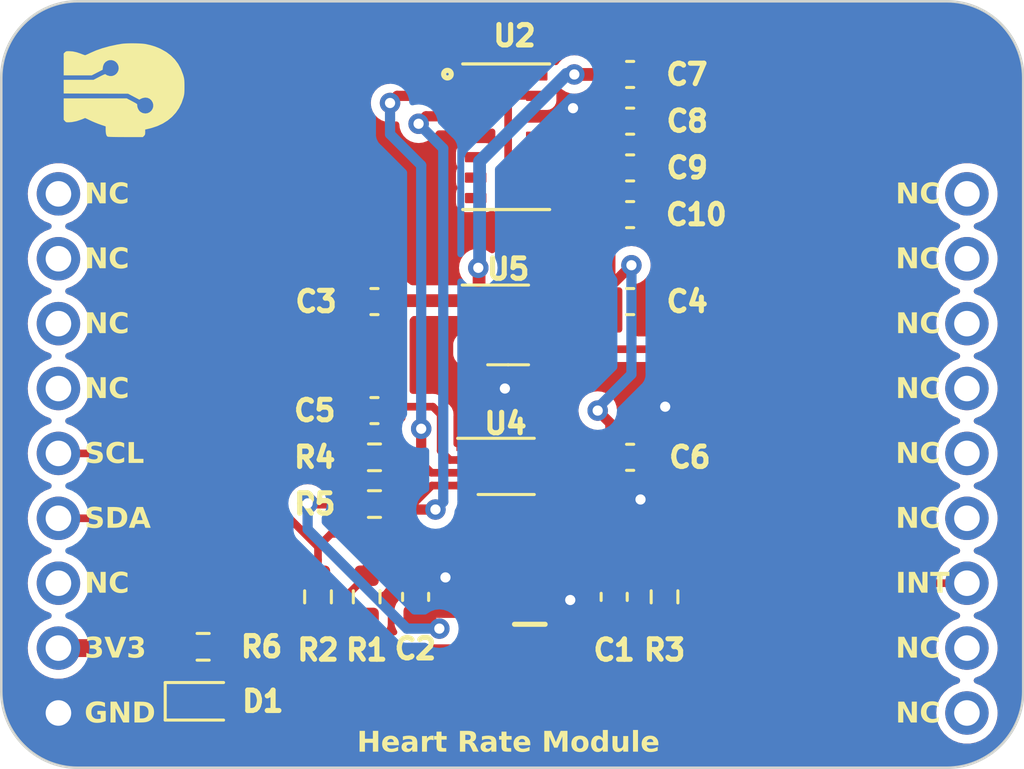
<source format=kicad_pcb>
(kicad_pcb (version 20221018) (generator pcbnew)
  (layers (0 "F.Cu" signal) (31 "B.Cu" signal) (34 "B.Paste" user) (35 "F.Paste" user) (36 "B.SilkS" user "B.Silkscreen") (37 "F.SilkS" user "F.Silkscreen") (38 "B.Mask" user) (39 "F.Mask" user) (44 "Edge.Cuts" user))
  (net 0 "")
  (net 1 "+3V3")
  (net 2 "GND")
  (net 3 "+1V8")
  (net 4 "SDA")
  (net 5 "SCL")
  (net 6 "INT")
  (net 7 "SCL_")
  (net 8 "SDA_")
  (net 14 "INT_")
  (net 29 "Net-(D1-A)")
  (footprint "Capacitor_SMD:C_0603_1608Metric" (layer "F.Cu") (at 102.0572 99.9236)
    (fp_text reference "C4" (at 2.2352 0) (layer "F.SilkS") (effects (font (size 0.8 0.8) (thickness 0.8) bold)))
    (fp_text value "0,10uF")
    (fp_line (start -0.14058 -0.51) (end 0.14058 -0.51) (stroke (width 0.12)) (layer "F.SilkS"))
    (fp_line (start -0.14058 0.51) (end 0.14058 0.51) (stroke (width 0.12)) (layer "F.SilkS"))
    (pad "1" smd roundrect (at -0.775 0) (size 0.9 0.95) (layers "F.Cu" "F.Paste" "F.Mask") (net 1 "+3V3"))
    (pad "2" smd roundrect (at 0.775 0) (size 0.9 0.95) (layers "F.Cu" "F.Paste" "F.Mask") (net 2 "GND"))
  )
  (footprint "Capacitor_SMD:C_0603_1608Metric" (layer "F.Cu") (at 92.0496 104.1908 180)
    (fp_text reference "C5" (at 2.3368 0 180) (layer "F.SilkS") (effects (font (size 0.8 0.8) (thickness 0.8) bold)))
    (fp_text value "0,10uF")
    (fp_line (start -0.14058 -0.51) (end 0.14058 -0.51) (stroke (width 0.12)) (layer "F.SilkS"))
    (fp_line (start -0.14058 0.51) (end 0.14058 0.51) (stroke (width 0.12)) (layer "F.SilkS"))
    (pad "1" smd roundrect (at -0.775 0 180) (size 0.9 0.95) (layers "F.Cu" "F.Paste" "F.Mask") (net 3 "+1V8"))
    (pad "2" smd roundrect (at 0.775 0 180) (size 0.9 0.95) (layers "F.Cu" "F.Paste" "F.Mask") (net 2 "GND"))
  )
  (footprint "Resistor_SMD:R_0603_1608Metric" (layer "F.Cu") (at 89.8398 111.4806 90)
    (fp_text reference "R2" (at -2.0828 0) (layer "F.SilkS") (effects (font (size 0.8 0.8) (thickness 0.8) bold)))
    (fp_text value "4.7k")
    (fp_line (start -0.237258 -0.5225) (end 0.237258 -0.5225) (stroke (width 0.12)) (layer "F.SilkS"))
    (fp_line (start -0.237258 0.5225) (end 0.237258 0.5225) (stroke (width 0.12)) (layer "F.SilkS"))
    (pad "1" smd roundrect (at -0.825 0 90) (size 0.8 0.95) (layers "F.Cu" "F.Paste" "F.Mask") (net 1 "+3V3"))
    (pad "2" smd roundrect (at 0.825 0 90) (size 0.8 0.95) (layers "F.Cu" "F.Paste" "F.Mask") (net 5 "SCL"))
  )
  (footprint "Resistor_SMD:R_0603_1608Metric" (layer "F.Cu") (at 92.0496 106.0196)
    (fp_text reference "R4" (at -2.3368 0) (layer "F.SilkS") (effects (font (size 0.8 0.8) (thickness 0.8) bold)))
    (fp_text value "1k")
    (fp_line (start -0.237258 -0.5225) (end 0.237258 -0.5225) (stroke (width 0.12)) (layer "F.SilkS"))
    (fp_line (start -0.237258 0.5225) (end 0.237258 0.5225) (stroke (width 0.12)) (layer "F.SilkS"))
    (pad "1" smd roundrect (at -0.825 0) (size 0.8 0.95) (layers "F.Cu" "F.Paste" "F.Mask") (net 3 "+1V8"))
    (pad "2" smd roundrect (at 0.825 0) (size 0.8 0.95) (layers "F.Cu" "F.Paste" "F.Mask") (net 7 "SCL_"))
  )
  (footprint "Capacitor_SMD:C_0603_1608Metric" (layer "F.Cu") (at 93.66 111.4826 90)
    (fp_text reference "C2" (at -2.03 -0.0102) (layer "F.SilkS") (effects (font (size 0.8 0.8) (thickness 0.8) bold)))
    (fp_text value "10uF")
    (fp_line (start -0.14058 -0.51) (end 0.14058 -0.51) (stroke (width 0.12)) (layer "F.SilkS"))
    (fp_line (start -0.14058 0.51) (end 0.14058 0.51) (stroke (width 0.12)) (layer "F.SilkS"))
    (pad "1" smd roundrect (at -0.775 0 90) (size 0.9 0.95) (layers "F.Cu" "F.Paste" "F.Mask") (net 3 "+1V8"))
    (pad "2" smd roundrect (at 0.775 0 90) (size 0.9 0.95) (layers "F.Cu" "F.Paste" "F.Mask") (net 2 "GND"))
  )
  (footprint "Resistor_SMD:R_0603_1608Metric" (layer "F.Cu") (at 91.7448 111.4806 90)
    (fp_text reference "R1" (at -2.0828 0) (layer "F.SilkS") (effects (font (size 0.8 0.8) (thickness 0.8) bold)))
    (fp_text value "4.7k")
    (fp_line (start -0.237258 -0.5225) (end 0.237258 -0.5225) (stroke (width 0.12)) (layer "F.SilkS"))
    (fp_line (start -0.237258 0.5225) (end 0.237258 0.5225) (stroke (width 0.12)) (layer "F.SilkS"))
    (pad "1" smd roundrect (at -0.825 0 90) (size 0.8 0.95) (layers "F.Cu" "F.Paste" "F.Mask") (net 1 "+3V3"))
    (pad "2" smd roundrect (at 0.825 0 90) (size 0.8 0.95) (layers "F.Cu" "F.Paste" "F.Mask") (net 4 "SDA"))
  )
  (footprint "Capacitor_SMD:C_0603_1608Metric" (layer "F.Cu") (at 102.0572 94.6912)
    (fp_text reference "C9" (at 2.2352 0) (layer "F.SilkS") (effects (font (size 0.8 0.8) (thickness 0.8) bold)))
    (fp_text value "0,10uF")
    (fp_line (start -0.14058 -0.51) (end 0.14058 -0.51) (stroke (width 0.12)) (layer "F.SilkS"))
    (fp_line (start -0.14058 0.51) (end 0.14058 0.51) (stroke (width 0.12)) (layer "F.SilkS"))
    (pad "1" smd roundrect (at -0.775 0) (size 0.9 0.95) (layers "F.Cu" "F.Paste" "F.Mask") (net 1 "+3V3"))
    (pad "2" smd roundrect (at 0.775 0) (size 0.9 0.95) (layers "F.Cu" "F.Paste" "F.Mask") (net 2 "GND"))
  )
  (footprint "Moduler_:pin_header" (layer "F.Cu") (at 97.2058 106.3752)
    (fp_text reference "U3" hide)
    (fp_text value "~" hide)
    (fp_text user "Heart Rate Module" (at -5.842 11.303 unlocked) (layer "F.SilkS") (effects (font (size 0.8 0.8) (thickness 0.8) bold) (justify left bottom)))
    (fp_text user "NC" (at -16.51 -2.54 unlocked) (layer "F.SilkS") (effects (font (size 0.8 0.8) (thickness 0.8) bold) (justify left bottom)))
    (fp_text user "SDA" (at -16.51 2.54 unlocked) (layer "F.SilkS") (effects (font (size 0.8 0.8) (thickness 0.8) bold) (justify left bottom)))
    (fp_text user "NC" (at 15.24 2.54 unlocked) (layer "F.SilkS") (effects (font (size 0.8 0.8) (thickness 0.8) bold) (justify left bottom)))
    (fp_text user "NC" (at 15.24 0 unlocked) (layer "F.SilkS") (effects (font (size 0.8 0.8) (thickness 0.8) bold) (justify left bottom)))
    (fp_text user "NC" (at -16.51 5.08 unlocked) (layer "F.SilkS") (effects (font (size 0.8 0.8) (thickness 0.8) bold) (justify left bottom)))
    (fp_text user "GND" (at -16.51 10.16 unlocked) (layer "F.SilkS") (effects (font (size 0.8 0.8) (thickness 0.8) bold) (justify left bottom)))
    (fp_text user "NC" (at 15.24 7.62 unlocked) (layer "F.SilkS") (effects (font (size 0.8 0.8) (thickness 0.8) bold) (justify left bottom)))
    (fp_text user "INT" (at 15.24 5.08 unlocked) (layer "F.SilkS") (effects (font (size 0.8 0.8) (thickness 0.8) bold) (justify left bottom)))
    (fp_text user "NC" (at 15.24 -2.54 unlocked) (layer "F.SilkS") (effects (font (size 0.8 0.8) (thickness 0.8) bold) (justify left bottom)))
    (fp_text user "NC" (at 15.24 -10.16 unlocked) (layer "F.SilkS") (effects (font (size 0.8 0.8) (thickness 0.8) bold) (justify left bottom)))
    (fp_text user "3V3" (at -16.51 7.62 unlocked) (layer "F.SilkS") (effects (font (size 0.8 0.8) (thickness 0.8) bold) (justify left bottom)))
    (fp_text user "NC" (at -16.51 -5.08 unlocked) (layer "F.SilkS") (effects (font (size 0.8 0.8) (thickness 0.8) bold) (justify left bottom)))
    (fp_text user "NC" (at 15.24 10.16 unlocked) (layer "F.SilkS") (effects (font (size 0.8 0.8) (thickness 0.8) bold) (justify left bottom)))
    (fp_text user "NC" (at 15.24 -7.62 unlocked) (layer "F.SilkS") (effects (font (size 0.8 0.8) (thickness 0.8) bold) (justify left bottom)))
    (fp_text user "NC" (at -16.51 -10.16 unlocked) (layer "F.SilkS") (effects (font (size 0.8 0.8) (thickness 0.8) bold) (justify left bottom)))
    (fp_text user "NC" (at -16.51 -7.62 unlocked) (layer "F.SilkS") (effects (font (size 0.8 0.8) (thickness 0.8) bold) (justify left bottom)))
    (fp_text user "SCL" (at -16.51 0 unlocked) (layer "F.SilkS") (effects (font (size 0.8 0.8) (thickness 0.8) bold) (justify left bottom)))
    (fp_text user "NC" (at 15.24 -5.08 unlocked) (layer "F.SilkS") (effects (font (size 0.8 0.8) (thickness 0.8) bold) (justify left bottom)))
    (fp_poly (pts (xy -14.485582 -16.559009) (xy -14.360573 -16.554745) (xy -14.248636 -16.54798) (xy -14.157002 -16.538775) (xy -14.117924 -16.532703) (xy -13.929469 -16.491549) (xy -13.759531 -16.440533) (xy -13.595569 -16.375574) (xy -13.505604 -16.333511) (xy -13.302009 -16.218091) (xy -13.123321 -16.083397) (xy -12.969118 -15.928915) (xy -12.838978 -15.754131) (xy -12.73248 -15.558531) (xy -12.6492 -15.3416) (xy -12.625721 -15.261504) (xy -12.612959 -15.20932) (xy -12.603846 -15.156964) (xy -12.597806 -15.097579) (xy -12.594264 -15.024306) (xy -12.592645 -14.930288) (xy -12.59236 -14.863654) (xy -12.592671 -14.758539) (xy -12.594379 -14.67766) (xy -12.598173 -14.613669) (xy -12.604739 -14.559219) (xy -12.614766 -14.506962) (xy -12.628942 -14.449549) (xy -12.632287 -14.43698) (xy -12.705714 -14.221543) (xy -12.805363 -14.022972) (xy -12.930147 -13.842253) (xy -13.078978 -13.68037) (xy -13.250768 -13.538308) (xy -13.444431 -13.417053) (xy -13.658878 -13.317589) (xy -13.893022 -13.240901) (xy -13.975535 -13.220506) (xy -14.129547 -13.185381) (xy -14.129547 -13.083439) (xy -14.131087 -13.025365) (xy -14.138019 -12.987709) (xy -14.153807 -12.959356) (xy -14.17572 -12.935324) (xy -14.221893 -12.889151) (xy -14.898388 -12.889632) (xy -15.093554 -12.890179) (xy -15.257188 -12.891522) (xy -15.389336 -12.893662) (xy -15.490047 -12.896601) (xy -15.559371 -12.900339) (xy -15.597354 -12.904877) (xy -15.604006 -12.907041) (xy -15.639705 -12.944721) (xy -15.663541 -13.009816) (xy -15.675744 -13.103144) (xy -15.677582 -13.169023) (xy -15.677607 -13.307746) (xy -15.877323 -13.375342) (xy -15.973613 -13.410249) (xy -16.083694 -13.453796) (xy -16.193274 -13.500154) (xy -16.27912 -13.539209) (xy -16.481202 -13.63548) (xy -16.625058 -13.577237) (xy -16.814264 -13.51298) (xy -16.995657 -13.477073) (xy -17.112214 -13.468483) (xy -17.172568 -13.467793) (xy -17.210949 -13.471228) (xy -17.236949 -13.481681) (xy -17.260163 -13.502045) (xy -17.274123 -13.517292) (xy -17.320343 -13.568879) (xy -17.320343 -13.987224) (xy -17.320343 -14.405569) (xy -16.086926 -14.405569) (xy -14.85351 -14.405569) (xy -14.643801 -14.294889) (xy -14.56284 -14.251731) (xy -14.506066 -14.219928) (xy -14.469493 -14.196546) (xy -14.449134 -14.178651) (xy -14.441003 -14.163308) (xy -14.441111 -14.147581) (xy -14.441413 -14.14592) (xy -14.43976 -14.092795) (xy -14.421236 -14.027967) (xy -14.3904 -13.962942) (xy -14.35181 -13.909228) (xy -14.344762 -13.902005) (xy -14.296227 -13.865834) (xy -14.236644 -13.835404) (xy -14.214799 -13.827587) (xy -14.121045 -13.813694) (xy -14.033382 -13.827179) (xy -13.955509 -13.863953) (xy -13.891126 -13.919926) (xy -13.843932 -13.991011) (xy -13.817627 -14.073118) (xy -13.815911 -14.162158) (xy -13.838074 -14.243952) (xy -13.888707 -14.328311) (xy -13.95777 -14.389514) (xy -14.040589 -14.425955) (xy -14.132494 -14.436027) (xy -14.228811 -14.418125) (xy -14.281052 -14.396241) (xy -14.36193 -14.355321) (xy -14.581404 -14.471272) (xy -14.800878 -14.587224) (xy -16.06061 -14.591538) (xy -17.320343 -14.595853) (xy -17.320343 -14.86402) (xy -17.320343 -15.132186) (xy -16.736108 -15.132186) (xy -16.151873 -15.132186) (xy -15.92364 -15.25081) (xy -15.825628 -15.300328) (xy -15.752835 -15.333929) (xy -15.705794 -15.351385) (xy -15.685044 -15.352471) (xy -15.684533 -15.351839) (xy -15.664369 -15.334981) (xy -15.626413 -15.313259) (xy -15.608475 -15.304645) (xy -15.517344 -15.278515) (xy -15.42868 -15.280387) (xy -15.34665 -15.306716) (xy -15.27542 -15.353956) (xy -15.219157 -15.418565) (xy -15.182028 -15.496995) (xy -15.1682 -15.585704) (xy -15.178799 -15.670169) (xy -15.216089 -15.756834) (xy -15.2752 -15.826154) (xy -15.350432 -15.875231) (xy -15.436087 -15.901168) (xy -15.526465 -15.901066) (xy -15.594919 -15.881743) (xy -15.679764 -15.831605) (xy -15.7402 -15.761879) (xy -15.776844 -15.671686) (xy -15.787538 -15.6087) (xy -15.796027 -15.524455) (xy -16.008245 -15.415199) (xy -16.220463 -15.305942) (xy -16.770403 -15.305942) (xy -17.320343 -15.305942) (xy -17.320343 -15.73365) (xy -17.320343 -16.161358) (xy -17.27417 -16.207531) (xy -17.247441 -16.231634) (xy -17.221044 -16.24546) (xy -17.185152 -16.251797) (xy -17.129936 -16.253429) (xy -17.112261 -16.253429) (xy -16.965134 -16.242789) (xy -16.813828 -16.210492) (xy -16.650907 -16.15493) (xy -16.643254 -16.151886) (xy -16.580147 -16.127507) (xy -16.526736 -16.108472) (xy -16.490695 -16.097439) (xy -16.481152 -16.095743) (xy -16.459332 -16.102404) (xy -16.415439 -16.120594) (xy -16.35561 -16.147624) (xy -16.285983 -16.180807) (xy -16.277762 -16.184828) (xy -16.053998 -16.282606) (xy -15.80365 -16.369931) (xy -15.530295 -16.445763) (xy -15.237504 -16.509065) (xy -15.053614 -16.540657) (xy -14.971712 -16.549822) (xy -14.866727 -16.556178) (xy -14.74589 -16.559787) (xy -14.616431 -16.56071)) (fill solid) (layer "F.SilkS"))
    (fp_poly (pts (xy -19.759475 -15.361112) (xy -19.747896 -15.5134) (xy -19.728827 -15.663474) (xy -19.702457 -15.811146) (xy -19.668975 -15.956226) (xy -19.628568 -16.098527) (xy -19.581426 -16.23786) (xy -19.527736 -16.374037) (xy -19.467687 -16.506869) (xy -19.401468 -16.636168) (xy -19.329267 -16.761745) (xy -19.251272 -16.883413) (xy -19.167671 -17.000982) (xy -19.078654 -17.114264) (xy -18.984408 -17.223072) (xy -18.885122 -17.327215) (xy -18.780984 -17.426507) (xy -18.672182 -17.520758) (xy -18.558906 -17.609781) (xy -18.441343 -17.693386) (xy -18.319683 -17.771386) (xy -18.194112 -17.843591) (xy -18.06482 -17.909814) (xy -17.931995 -17.969866) (xy -17.795826 -18.023559) (xy -17.6565 -18.070704) (xy -17.514207 -18.111113) (xy -17.369134 -18.144597) (xy -17.221471 -18.170968) (xy -17.071405 -18.190038) (xy -16.919125 -18.201619) (xy -16.764819 -18.20552) (xy 17.238832 -18.20552) (xy 17.393137 -18.201619) (xy 17.545417 -18.190038) (xy 17.695483 -18.170968) (xy 17.843146 -18.144597) (xy 17.988219 -18.111113) (xy 18.130512 -18.070704) (xy 18.269837 -18.023559) (xy 18.406006 -17.969866) (xy 18.538831 -17.909814) (xy 18.668123 -17.843591) (xy 18.793694 -17.771386) (xy 18.915355 -17.693386) (xy 19.032917 -17.609781) (xy 19.146194 -17.520758) (xy 19.254995 -17.426507) (xy 19.359133 -17.327215) (xy 19.458419 -17.223072) (xy 19.552665 -17.114264) (xy 19.641683 -17.000982) (xy 19.725284 -16.883413) (xy 19.803279 -16.761745) (xy 19.87548 -16.636168) (xy 19.9417 -16.506869) (xy 20.001748 -16.374037) (xy 20.055438 -16.23786) (xy 20.102581 -16.098527) (xy 20.142987 -15.956226) (xy 20.17647 -15.811146) (xy 20.20284 -15.663474) (xy 20.221909 -15.5134) (xy 20.233488 -15.361112) (xy 20.23739 -15.206798) (xy 20.23739 8.797094) (xy 20.233488 8.951408) (xy 20.221909 9.103696) (xy 20.20284 9.25377) (xy 20.17647 9.401441) (xy 20.142987 9.546522) (xy 20.102581 9.688822) (xy 20.055438 9.828155) (xy 20.001748 9.964332) (xy 19.9417 10.097164) (xy 19.87548 10.226463) (xy 19.803279 10.352041) (xy 19.725284 10.473708) (xy 19.641683 10.591278) (xy 19.552665 10.70456) (xy 19.458419 10.813367) (xy 19.359133 10.917511) (xy 19.254995 11.016803) (xy 19.146194 11.111054) (xy 19.032917 11.200077) (xy 18.915355 11.283682) (xy 18.793694 11.361681) (xy 18.668123 11.433887) (xy 18.538831 11.50011) (xy 18.406006 11.560162) (xy 18.269837 11.613855) (xy 18.130512 11.661) (xy 17.988219 11.701409) (xy 17.843146 11.734893) (xy 17.695483 11.761265) (xy 17.545417 11.780334) (xy 17.393137 11.791915) (xy 17.238832 11.795817) (xy -16.764819 11.795817) (xy -16.919125 11.791915) (xy -17.071405 11.780334) (xy -17.221471 11.761265) (xy -17.369134 11.734893) (xy -17.514207 11.701409) (xy -17.6565 11.661) (xy -17.795826 11.613855) (xy -17.931995 11.560162) (xy -18.06482 11.50011) (xy -18.194112 11.433887) (xy -18.319683 11.361681) (xy -18.441343 11.283682) (xy -18.558906 11.200077) (xy -18.672182 11.111054) (xy -18.780984 11.016803) (xy -18.885122 10.917511) (xy -18.984408 10.813367) (xy -19.078654 10.70456) (xy -19.167671 10.591278) (xy -19.251272 10.473708) (xy -19.329267 10.352041) (xy -19.401468 10.226463) (xy -19.467687 10.097164) (xy -19.527736 9.964332) (xy -19.581426 9.828155) (xy -19.628568 9.688822) (xy -19.668975 9.546522) (xy -19.702457 9.401441) (xy -19.728827 9.25377) (xy -19.747896 9.103696) (xy -19.759475 8.951408) (xy -19.763377 8.797094) (xy -19.763377 -15.206798)) (stroke (width 0.1)) (fill none) (layer "Edge.Cuts"))
    (pad "1" thru_hole oval (at -17.526 -10.668) (size 1.7 1.7) (drill 1) (layers "*.Cu" "*.Mask"))
    (pad "2" thru_hole oval (at -17.526 -8.128) (size 1.7 1.7) (drill 1) (layers "*.Cu" "*.Mask"))
    (pad "3" thru_hole oval (at -17.526 -5.588) (size 1.7 1.7) (drill 1) (layers "*.Cu" "*.Mask"))
    (pad "4" thru_hole oval (at -17.526 -3.048) (size 1.7 1.7) (drill 1) (layers "*.Cu" "*.Mask"))
    (pad "5" thru_hole oval (at -17.526 -0.508) (size 1.7 1.7) (drill 1) (layers "*.Cu" "*.Mask") (net 5 "SCL"))
    (pad "6" thru_hole oval (at -17.526 2.032) (size 1.7 1.7) (drill 1) (layers "*.Cu" "*.Mask") (net 4 "SDA"))
    (pad "7" thru_hole oval (at -17.526 4.572) (size 1.7 1.7) (drill 1) (layers "*.Cu" "*.Mask"))
    (pad "8" thru_hole oval (at -17.526 7.112) (size 1.7 1.7) (drill 1) (layers "*.Cu" "*.Mask") (net 1 "+3V3"))
    (pad "9" thru_hole oval (at -17.526 9.652) (size 1.7 1.7) (drill 1) (layers "*.Cu" "*.Mask") (net 2 "GND"))
    (pad "10" thru_hole oval (at 18.034 9.652) (size 1.7 1.7) (drill 1) (layers "*.Cu" "*.Mask"))
    (pad "11" thru_hole oval (at 18.034 7.112) (size 1.7 1.7) (drill 1) (layers "*.Cu" "*.Mask"))
    (pad "12" thru_hole oval (at 18.034 4.572) (size 1.7 1.7) (drill 1) (layers "*.Cu" "*.Mask") (net 6 "INT"))
    (pad "13" thru_hole oval (at 18.034 2.032) (size 1.7 1.7) (drill 1) (layers "*.Cu" "*.Mask"))
    (pad "14" thru_hole oval (at 18.034 -0.508) (size 1.7 1.7) (drill 1) (layers "*.Cu" "*.Mask"))
    (pad "15" thru_hole oval (at 18.034 -3.048) (size 1.7 1.7) (drill 1) (layers "*.Cu" "*.Mask"))
    (pad "16" thru_hole oval (at 18.034 -5.588) (size 1.7 1.7) (drill 1) (layers "*.Cu" "*.Mask"))
    (pad "17" thru_hole oval (at 18.034 -8.128) (size 1.7 1.7) (drill 1) (layers "*.Cu" "*.Mask"))
    (pad "18" thru_hole oval (at 18.034 -10.668) (size 1.7 1.7) (drill 1) (layers "*.Cu" "*.Mask"))
  )
  (footprint "Capacitor_SMD:C_0603_1608Metric" (layer "F.Cu") (at 102.0572 106.0196)
    (fp_text reference "C6" (at 2.3368 0) (layer "F.SilkS") (effects (font (size 0.8 0.8) (thickness 0.8) bold)))
    (fp_text value "0,10uF")
    (fp_line (start -0.14058 -0.51) (end 0.14058 -0.51) (stroke (width 0.12)) (layer "F.SilkS"))
    (fp_line (start -0.14058 0.51) (end 0.14058 0.51) (stroke (width 0.12)) (layer "F.SilkS"))
    (pad "1" smd roundrect (at -0.775 0) (size 0.9 0.95) (layers "F.Cu" "F.Paste" "F.Mask") (net 1 "+3V3"))
    (pad "2" smd roundrect (at 0.775 0) (size 0.9 0.95) (layers "F.Cu" "F.Paste" "F.Mask") (net 2 "GND"))
  )
  (footprint "MAX30100:MAX30102" (layer "F.Cu") (at 97.2058 93.472)
    (fp_text reference "U2" (at 0.32564 -3.9527) (layer "F.SilkS") (effects (font (size 0.8 0.8) (thickness 0.8) bold)))
    (fp_text value "MAX30102EFD+" hide)
    (fp_line (start -1.7 -2.85) (end 1.7 -2.85) (stroke (width 0.127)) (layer "F.SilkS"))
    (fp_line (start -1.7 2.85) (end 1.7 2.85) (stroke (width 0.127)) (layer "F.SilkS"))
    (fp_circle (center -2.3 -2.45) (end -2.15 -2.45) (stroke (width 0.2)) (fill none) (layer "F.SilkS"))
    (pad "1" smd roundrect (at -1.195 -2.4) (size 0.84 0.4) (layers "F.Cu" "F.Paste" "F.Mask") (roundrect_rratio 0.1))
    (pad "2" smd roundrect (at -1.195 -1.6) (size 0.84 0.4) (layers "F.Cu" "F.Paste" "F.Mask") (roundrect_rratio 0.1) (net 7 "SCL_"))
    (pad "3" smd roundrect (at -1.195 -0.8) (size 0.84 0.4) (layers "F.Cu" "F.Paste" "F.Mask") (roundrect_rratio 0.1) (net 8 "SDA_"))
    (pad "4" smd roundrect (at -1.195 0) (size 0.84 0.4) (layers "F.Cu" "F.Paste" "F.Mask") (roundrect_rratio 0.1) (net 2 "GND"))
    (pad "5" smd roundrect (at -1.195 0.8) (size 0.84 0.4) (layers "F.Cu" "F.Paste" "F.Mask") (roundrect_rratio 0.1))
    (pad "6" smd roundrect (at -1.195 1.6) (size 0.84 0.4) (layers "F.Cu" "F.Paste" "F.Mask") (roundrect_rratio 0.1))
    (pad "7" smd roundrect (at -1.195 2.4) (size 0.84 0.4) (layers "F.Cu" "F.Paste" "F.Mask") (roundrect_rratio 0.1))
    (pad "8" smd roundrect (at 1.195 2.4 180) (size 0.84 0.4) (layers "F.Cu" "F.Paste" "F.Mask") (roundrect_rratio 0.1))
    (pad "9" smd roundrect (at 1.195 1.6 180) (size 0.84 0.4) (layers "F.Cu" "F.Paste" "F.Mask") (roundrect_rratio 0.1) (net 1 "+3V3"))
    (pad "10" smd roundrect (at 1.195 0.8 180) (size 0.84 0.4) (layers "F.Cu" "F.Paste" "F.Mask") (roundrect_rratio 0.1) (net 1 "+3V3"))
    (pad "11" smd roundrect (at 1.195 0 180) (size 0.84 0.4) (layers "F.Cu" "F.Paste" "F.Mask") (roundrect_rratio 0.1) (net 3 "+1V8"))
    (pad "12" smd roundrect (at 1.195 -0.8 180) (size 0.84 0.4) (layers "F.Cu" "F.Paste" "F.Mask") (roundrect_rratio 0.1) (net 2 "GND"))
    (pad "13" smd roundrect (at 1.195 -1.6 180) (size 0.84 0.4) (layers "F.Cu" "F.Paste" "F.Mask") (roundrect_rratio 0.1) (net 14 "INT_"))
    (pad "14" smd roundrect (at 1.195 -2.4 180) (size 0.84 0.4) (layers "F.Cu" "F.Paste" "F.Mask") (roundrect_rratio 0.1))
  )
  (footprint "Capacitor_SMD:C_0603_1608Metric" (layer "F.Cu") (at 102.0572 96.52)
    (fp_text reference "C10" (at 2.5908 0) (layer "F.SilkS") (effects (font (size 0.8 0.8) (thickness 0.8) bold)))
    (fp_text value "0,10uF")
    (fp_line (start -0.14058 -0.51) (end 0.14058 -0.51) (stroke (width 0.12)) (layer "F.SilkS"))
    (fp_line (start -0.14058 0.51) (end 0.14058 0.51) (stroke (width 0.12)) (layer "F.SilkS"))
    (pad "1" smd roundrect (at -0.775 0) (size 0.9 0.95) (layers "F.Cu" "F.Paste" "F.Mask") (net 1 "+3V3"))
    (pad "2" smd roundrect (at 0.775 0) (size 0.9 0.95) (layers "F.Cu" "F.Paste" "F.Mask") (net 2 "GND"))
  )
  (footprint "Resistor_SMD:R_0603_1608Metric" (layer "F.Cu") (at 103.4034 111.4806 90)
    (fp_text reference "R3" (at -2.0828 0) (layer "F.SilkS") (effects (font (size 0.8 0.8) (thickness 0.8) bold)))
    (fp_text value "4.7k")
    (fp_line (start -0.237258 -0.5225) (end 0.237258 -0.5225) (stroke (width 0.12)) (layer "F.SilkS"))
    (fp_line (start -0.237258 0.5225) (end 0.237258 0.5225) (stroke (width 0.12)) (layer "F.SilkS"))
    (pad "1" smd roundrect (at -0.825 0 90) (size 0.8 0.95) (layers "F.Cu" "F.Paste" "F.Mask") (net 1 "+3V3"))
    (pad "2" smd roundrect (at 0.825 0 90) (size 0.8 0.95) (layers "F.Cu" "F.Paste" "F.Mask") (net 6 "INT"))
  )
  (footprint "Package_TO_SOT_SMD:SOT-23-6" (layer "F.Cu") (at 97.282 100.838)
    (fp_text reference "U5" (at 0 -2.1844) (layer "F.SilkS") (effects (font (size 0.8 0.8) (thickness 0.8) bold)))
    (fp_text value "SN74LVC1T45DBV" hide)
    (fp_line (start 0 -1.56) (end -1.8 -1.56) (stroke (width 0.12)) (layer "F.SilkS"))
    (fp_line (start 0 -1.56) (end 0.8 -1.56) (stroke (width 0.12)) (layer "F.SilkS"))
    (fp_line (start 0 1.56) (end -0.8 1.56) (stroke (width 0.12)) (layer "F.SilkS"))
    (fp_line (start 0 1.56) (end 0.8 1.56) (stroke (width 0.12)) (layer "F.SilkS"))
    (pad "1" smd roundrect (at -1.1375 -0.95) (size 1.325 0.6) (layers "F.Cu" "F.Paste" "F.Mask") (net 3 "+1V8"))
    (pad "2" smd roundrect (at -1.1375 0) (size 1.325 0.6) (layers "F.Cu" "F.Paste" "F.Mask") (net 2 "GND"))
    (pad "3" smd roundrect (at -1.1375 0.95) (size 1.325 0.6) (layers "F.Cu" "F.Paste" "F.Mask") (net 14 "INT_"))
    (pad "4" smd roundrect (at 1.1375 0.95) (size 1.325 0.6) (layers "F.Cu" "F.Paste" "F.Mask") (net 6 "INT"))
    (pad "5" smd roundrect (at 1.1375 0) (size 1.325 0.6) (layers "F.Cu" "F.Paste" "F.Mask") (net 1 "+3V3"))
    (pad "6" smd roundrect (at 1.1375 -0.95) (size 1.325 0.6) (layers "F.Cu" "F.Paste" "F.Mask") (net 1 "+3V3"))
  )
  (footprint "Capacitor_SMD:C_0603_1608Metric" (layer "F.Cu") (at 102.0572 92.8624)
    (fp_text reference "C8" (at 2.2352 0) (layer "F.SilkS") (effects (font (size 0.8 0.8) (thickness 0.8) bold)))
    (fp_text value "4,7uF")
    (fp_line (start -0.14058 -0.51) (end 0.14058 -0.51) (stroke (width 0.12)) (layer "F.SilkS"))
    (fp_line (start -0.14058 0.51) (end 0.14058 0.51) (stroke (width 0.12)) (layer "F.SilkS"))
    (pad "1" smd roundrect (at -0.775 0) (size 0.9 0.95) (layers "F.Cu" "F.Paste" "F.Mask") (net 3 "+1V8"))
    (pad "2" smd roundrect (at 0.775 0) (size 0.9 0.95) (layers "F.Cu" "F.Paste" "F.Mask") (net 2 "GND"))
  )
  (footprint "Capacitor_SMD:C_0603_1608Metric" (layer "F.Cu") (at 92.0496 99.9236 180)
    (fp_text reference "C3" (at 2.286 0) (layer "F.SilkS") (effects (font (size 0.8 0.8) (thickness 0.8) bold)))
    (fp_text value "0,10uF")
    (fp_line (start -0.14058 -0.51) (end 0.14058 -0.51) (stroke (width 0.12)) (layer "F.SilkS"))
    (fp_line (start -0.14058 0.51) (end 0.14058 0.51) (stroke (width 0.12)) (layer "F.SilkS"))
    (pad "1" smd roundrect (at -0.775 0 180) (size 0.9 0.95) (layers "F.Cu" "F.Paste" "F.Mask") (net 3 "+1V8"))
    (pad "2" smd roundrect (at 0.775 0 180) (size 0.9 0.95) (layers "F.Cu" "F.Paste" "F.Mask") (net 2 "GND"))
  )
  (footprint "Resistor_SMD:R_0603_1608Metric" (layer "F.Cu") (at 92.0496 107.8484)
    (fp_text reference "R5" (at -2.3368 0) (layer "F.SilkS") (effects (font (size 0.8 0.8) (thickness 0.8) bold)))
    (fp_text value "1k")
    (fp_line (start -0.237258 -0.5225) (end 0.237258 -0.5225) (stroke (width 0.12)) (layer "F.SilkS"))
    (fp_line (start -0.237258 0.5225) (end 0.237258 0.5225) (stroke (width 0.12)) (layer "F.SilkS"))
    (pad "1" smd roundrect (at -0.825 0) (size 0.8 0.95) (layers "F.Cu" "F.Paste" "F.Mask") (net 3 "+1V8"))
    (pad "2" smd roundrect (at 0.825 0) (size 0.8 0.95) (layers "F.Cu" "F.Paste" "F.Mask") (net 8 "SDA_"))
  )
  (footprint "Capacitor_SMD:C_0603_1608Metric" (layer "F.Cu") (at 101.4324 111.4826 90)
    (fp_text reference "C1" (at -2.0828 0) (layer "F.SilkS") (effects (font (size 0.8 0.8) (thickness 0.8) bold)))
    (fp_text value "10uF")
    (fp_line (start -0.14058 -0.51) (end 0.14058 -0.51) (stroke (width 0.12)) (layer "F.SilkS"))
    (fp_line (start -0.14058 0.51) (end 0.14058 0.51) (stroke (width 0.12)) (layer "F.SilkS"))
    (pad "1" smd roundrect (at -0.775 0 90) (size 0.9 0.95) (layers "F.Cu" "F.Paste" "F.Mask") (net 1 "+3V3"))
    (pad "2" smd roundrect (at 0.775 0 90) (size 0.9 0.95) (layers "F.Cu" "F.Paste" "F.Mask") (net 2 "GND"))
  )
  (footprint "Capacitor_SMD:C_0603_1608Metric" (layer "F.Cu") (at 102.0572 91.0336)
    (fp_text reference "C7" (at 2.2222 0) (layer "F.SilkS") (effects (font (size 0.8 0.8) (thickness 0.2) bold)))
    (fp_text value "0,10uF")
    (fp_line (start -0.14058 -0.51) (end 0.14058 -0.51) (stroke (width 0.12)) (layer "F.SilkS"))
    (fp_line (start -0.14058 0.51) (end 0.14058 0.51) (stroke (width 0.12)) (layer "F.SilkS"))
    (pad "1" smd roundrect (at -0.775 0) (size 0.9 0.95) (layers "F.Cu" "F.Paste" "F.Mask") (net 3 "+1V8"))
    (pad "2" smd roundrect (at 0.775 0) (size 0.9 0.95) (layers "F.Cu" "F.Paste" "F.Mask") (net 2 "GND"))
  )
  (footprint "LED_SMD:LED_0603_1608Metric" (layer "F.Cu") (at 85.344 115.57)
    (fp_text reference "D1" (at 2.3368 0) (layer "F.SilkS") (effects (font (size 0.8 0.8) (thickness 0.8) bold)))
    (fp_text value "LED" hide)
    (fp_line (start -1.485 -0.735) (end -1.485 0.735) (stroke (width 0.12)) (layer "F.SilkS"))
    (fp_line (start -1.485 0.735) (end 0.8 0.735) (stroke (width 0.12)) (layer "F.SilkS"))
    (fp_line (start 0.8 -0.735) (end -1.485 -0.735) (stroke (width 0.12)) (layer "F.SilkS"))
    (pad "1" smd roundrect (at -0.7875 0) (size 0.875 0.95) (layers "F.Cu" "F.Paste" "F.Mask") (net 2 "GND"))
    (pad "2" smd roundrect (at 0.7875 0) (size 0.875 0.95) (layers "F.Cu" "F.Paste" "F.Mask") (net 29 "Net-(D1-A)"))
  )
  (footprint "Package_SO:VSSOP-8_2.3x2mm_P0.5mm" (layer "F.Cu") (at 97.2058 106.3752)
    (fp_text reference "U4" (at -0.0254 -1.6764) (layer "F.SilkS") (effects (font (size 0.8 0.8) (thickness 0.8) bold)))
    (fp_text value "PCA9306" hide)
    (fp_line (start 1.1 -1.1) (end -1.9 -1.1) (stroke (width 0.12)) (layer "F.SilkS"))
    (fp_line (start 1.1 1.1) (end -1.1 1.1) (stroke (width 0.12)) (layer "F.SilkS"))
    (pad "1" smd rect (at -1.55 -0.75 270) (size 0.3 0.8) (layers "F.Cu" "F.Paste" "F.Mask") (net 2 "GND"))
    (pad "2" smd rect (at -1.55 -0.25 270) (size 0.3 0.8) (layers "F.Cu" "F.Paste" "F.Mask") (net 3 "+1V8"))
    (pad "3" smd rect (at -1.55 0.25 270) (size 0.3 0.8) (layers "F.Cu" "F.Paste" "F.Mask") (net 7 "SCL_"))
    (pad "4" smd rect (at -1.55 0.75 270) (size 0.3 0.8) (layers "F.Cu" "F.Paste" "F.Mask") (net 8 "SDA_"))
    (pad "5" smd rect (at 1.55 0.75 270) (size 0.3 0.8) (layers "F.Cu" "F.Paste" "F.Mask") (net 4 "SDA"))
    (pad "6" smd rect (at 1.55 0.25 270) (size 0.3 0.8) (layers "F.Cu" "F.Paste" "F.Mask") (net 5 "SCL"))
    (pad "7" smd rect (at 1.55 -0.25 270) (size 0.3 0.8) (layers "F.Cu" "F.Paste" "F.Mask") (net 1 "+3V3"))
    (pad "8" smd rect (at 1.55 -0.75 270) (size 0.3 0.8) (layers "F.Cu" "F.Paste" "F.Mask") (net 1 "+3V3"))
  )
  (footprint "memin:SOT65P210X110-5N" (layer "F.Cu") (at 97.1804 111.4552 180)
    (fp_text reference "IC1" hide)
    (fp_text value "MAX8511EXK18+T" hide)
    (fp_line (start -1.55 -1.1) (end -0.35 -1.1) (stroke (width 0.2)) (layer "F.SilkS"))
    (pad "1" smd rect (at -0.95 -0.65 270) (size 0.4 1.2) (layers "F.Cu" "F.Paste" "F.Mask") (net 1 "+3V3"))
    (pad "2" smd rect (at -0.95 0 270) (size 0.4 1.2) (layers "F.Cu" "F.Paste" "F.Mask") (net 2 "GND"))
    (pad "3" smd rect (at -0.95 0.65 270) (size 0.4 1.2) (layers "F.Cu" "F.Paste" "F.Mask") (net 1 "+3V3"))
    (pad "4" smd rect (at 0.95 0.65 270) (size 0.4 1.2) (layers "F.Cu" "F.Paste" "F.Mask"))
    (pad "5" smd rect (at 0.95 -0.65 270) (size 0.4 1.2) (layers "F.Cu" "F.Paste" "F.Mask") (net 3 "+1V8"))
  )
  (footprint "Resistor_SMD:R_0603_1608Metric" (layer "F.Cu") (at 85.344 113.4364)
    (fp_text reference "R6" (at 2.286 0) (layer "F.SilkS") (effects (font (size 0.8 0.8) (thickness 0.8) bold)))
    (fp_text value "470r" hide)
    (fp_line (start -0.237258 -0.5225) (end 0.237258 -0.5225) (stroke (width 0.12)) (layer "F.SilkS"))
    (fp_line (start -0.237258 0.5225) (end 0.237258 0.5225) (stroke (width 0.12)) (layer "F.SilkS"))
    (pad "1" smd roundrect (at -0.825 0) (size 0.8 0.95) (layers "F.Cu" "F.Paste" "F.Mask") (net 1 "+3V3"))
    (pad "2" smd roundrect (at 0.825 0) (size 0.8 0.95) (layers "F.Cu" "F.Paste" "F.Mask") (net 29 "Net-(D1-A)"))
  )
  (segment (start 91.7448 112.3056) (end 91.7448 113.1316) (width 0.7) (layer "F.Cu") (net 1))
  (segment (start 84.519 112.585) (end 85.2424 111.8616) (width 0.7) (layer "F.Cu") (net 1))
  (segment (start 98.130775 110.804825) (end 98.1304 110.8052) (width 0.4) (layer "F.Cu") (net 1))
  (segment (start 101.2822 106.8454) (end 101.2822 106.0196) (width 0.4) (layer "F.Cu") (net 1))
  (segment (start 100.7872 104.1908) (end 101.2822 104.6858) (width 0.4) (layer "F.Cu") (net 1))
  (segment (start 101.2822 104.6858) (end 101.2822 106.0196) (width 0.4) (layer "F.Cu") (net 1))
  (segment (start 101.2466 99.888) (end 101.2822 99.9236) (width 0.4) (layer "F.Cu") (net 1))
  (segment (start 84.519 113.284) (end 84.519 112.585) (width 0.7) (layer "F.Cu") (net 1))
  (segment (start 98.4195 100.838) (end 98.4195 99.888) (width 0.4) (layer "F.Cu") (net 1))
  (segment (start 102.108 98.5012) (end 101.2822 99.327) (width 0.4) (layer "F.Cu") (net 1))
  (segment (start 100.513326 111.681126) (end 100.513326 111.273454) (width 0.4) (layer "F.Cu") (net 1))
  (segment (start 79.6798 113.4872) (end 84.3158 113.4872) (width 0.7) (layer "F.Cu") (net 1))
  (segment (start 91.7448 113.1316) (end 92.3036 113.6904) (width 0.7) (layer "F.Cu") (net 1))
  (segment (start 101.2822 99.327) (end 101.2822 99.9236) (width 0.4) (layer "F.Cu") (net 1))
  (segment (start 98.4008 95.072) (end 98.4008 94.272) (width 0.4) (layer "F.Cu") (net 1))
  (segment (start 101.2822 96.52) (end 101.2822 99.9236) (width 0.4) (layer "F.Cu") (net 1))
  (segment (start 84.3158 113.4872) (end 84.519 113.284) (width 0.7) (layer "F.Cu") (net 1))
  (segment (start 98.1304 110.8052) (end 98.1304 109.9972) (width 0.4) (layer "F.Cu") (net 1))
  (segment (start 101.0898 112.2576) (end 100.513326 111.681126) (width 0.4) (layer "F.Cu") (net 1))
  (segment (start 101.1766 106.1252) (end 101.2822 106.0196) (width 0.3) (layer "F.Cu") (net 1))
  (segment (start 98.7558 106.1252) (end 98.7558 105.6252) (width 0.3) (layer "F.Cu") (net 1))
  (segment (start 101.2822 94.6912) (end 101.2822 96.52) (width 0.4) (layer "F.Cu") (net 1))
  (segment (start 101.4324 112.969) (end 101.4324 112.2576) (width 0.7) (layer "F.Cu") (net 1))
  (segment (start 101.4324 112.2576) (end 103.3554 112.2576) (width 0.4) (layer "F.Cu") (net 1))
  (segment (start 100.711 113.6904) (end 101.4324 112.969) (width 0.7) (layer "F.Cu") (net 1))
  (segment (start 85.2424 111.8616) (end 88.57045 111.8616) (width 0.7) (layer "F.Cu") (net 1))
  (segment (start 98.1304 109.9972) (end 101.2822 106.8454) (width 0.4) (layer "F.Cu") (net 1))
  (segment (start 99.087274 112.110144) (end 99.381955 112.404825) (width 0.4) (layer "F.Cu") (net 1))
  (segment (start 100.513326 111.273454) (end 100.044697 110.804825) (width 0.4) (layer "F.Cu") (net 1))
  (segment (start 92.3036 113.6904) (end 100.711 113.6904) (width 0.7) (layer "F.Cu") (net 1))
  (segment (start 98.7558 106.1252) (end 101.1766 106.1252) (width 0.3) (layer "F.Cu") (net 1))
  (segment (start 98.4195 99.888) (end 101.2466 99.888) (width 0.4) (layer "F.Cu") (net 1))
  (segment (start 98.1304 112.1052) (end 98.135344 112.110144) (width 0.4) (layer "F.Cu") (net 1))
  (segment (start 98.4008 94.272) (end 100.863 94.272) (width 0.4) (layer "F.Cu") (net 1))
  (segment (start 100.044697 110.804825) (end 98.130775 110.804825) (width 0.4) (layer "F.Cu") (net 1))
  (segment (start 103.3554 112.2576) (end 103.4034 112.3056) (width 0.4) (layer "F.Cu") (net 1))
  (segment (start 99.381955 112.404825) (end 101.285175 112.404825) (width 0.4) (layer "F.Cu") (net 1))
  (segment (start 100.863 94.272) (end 101.2822 94.6912) (width 0.4) (layer "F.Cu") (net 1))
  (segment (start 98.135344 112.110144) (end 99.087274 112.110144) (width 0.4) (layer "F.Cu") (net 1))
  (segment (start 88.57045 111.8616) (end 89.01445 112.3056) (width 0.7) (layer "F.Cu") (net 1))
  (segment (start 89.01445 112.3056) (end 91.7448 112.3056) (width 0.7) (layer "F.Cu") (net 1))
  (segment (start 101.285175 112.404825) (end 101.4324 112.2576) (width 0.4) (layer "F.Cu") (net 1))
  (via (at 100.7872 104.1908) (size 0.8) (drill 0.4) (layers "F.Cu" "B.Cu") (net 1))
  (via (at 102.108 98.5012) (size 0.8) (drill 0.4) (layers "F.Cu" "B.Cu") (net 1))
  (segment (start 100.7364 104.1908) (end 100.7872 104.1908) (width 0.4) (layer "B.Cu") (net 1))
  (segment (start 100.7872 104.0892) (end 102.108 102.7684) (width 0.4) (layer "B.Cu") (net 1))
  (segment (start 100.7872 104.1908) (end 100.7872 104.0892) (width 0.4) (layer "B.Cu") (net 1))
  (segment (start 102.108 102.7684) (end 102.108 98.5012) (width 0.4) (layer "B.Cu") (net 1))
  (segment (start 99.713326 111.604825) (end 99.563701 111.4552) (width 0.4) (layer "F.Cu") (net 2))
  (segment (start 99.563701 111.4552) (end 98.1304 111.4552) (width 0.4) (layer "F.Cu") (net 2))
  (via (at 99.713326 111.604825) (size 0.8) (drill 0.4) (layers "F.Cu" "B.Cu") (net 2))
  (via (at 94.8284 110.7206) (size 0.8) (drill 0.4) (layers "F.Cu" "B.Cu") (net 2))
  (via (at 99.822 92.3544) (size 0.8) (drill 0.4) (layers "F.Cu" "B.Cu") (net 2))
  (via (at 97.155 103.3272) (size 0.8) (drill 0.4) (layers "F.Cu" "B.Cu") (net 2))
  (via (at 103.4288 104.0384) (size 0.8) (drill 0.4) (layers "F.Cu" "B.Cu") (net 2))
  (via (at 102.4636 107.6706) (size 0.8) (drill 0.4) (layers "F.Cu" "B.Cu") (net 2))
  (segment (start 95.6558 106.1252) (end 95 106.1252) (width 0.3) (layer "F.Cu") (net 3))
  (segment (start 94.6404 104.3432) (end 94.3356 104.0384) (width 0.3) (layer "F.Cu") (net 3))
  (segment (start 101.2822 92.8624) (end 101.2822 91.0336) (width 0.4) (layer "F.Cu") (net 3))
  (segment (start 100.6726 93.472) (end 101.2822 92.8624) (width 0.4) (layer "F.Cu") (net 3))
  (segment (start 93.66 112.2576) (end 94.122 112.2576) (width 0.4) (layer "F.Cu") (net 3))
  (segment (start 92.8246 104.2794) (end 92.8246 104.0384) (width 0.4) (layer "F.Cu") (net 3))
  (segment (start 89.4334 107.823) (end 91.1992 107.823) (width 0.4) (layer "F.Cu") (net 3))
  (segment (start 94.122 112.2576) (end 94.5896 112.7252) (width 0.4) (layer "F.Cu") (net 3))
  (segment (start 91.2246 106.0196) (end 91.2246 105.8794) (width 0.4) (layer "F.Cu") (net 3))
  (segment (start 95 106.1252) (end 94.6404 105.7656) (width 0.3) (layer "F.Cu") (net 3))
  (segment (start 96.1445 98.6337) (end 96.1136 98.6028) (width 0.5) (layer "F.Cu") (net 3))
  (segment (start 98.4008 93.472) (end 100.6726 93.472) (width 0.4) (layer "F.Cu") (net 3))
  (segment (start 91.186 107.887) (end 91.2246 107.8484) (width 0.4) (layer "F.Cu") (net 3))
  (segment (start 96.1445 99.888) (end 96.1445 98.6337) (width 0.5) (layer "F.Cu") (net 3))
  (segment (start 96.2304 112.1052) (end 93.8124 112.1052) (width 0.4) (layer "F.Cu") (net 3))
  (segment (start 94.3356 104.0384) (end 92.8246 104.0384) (width 0.3) (layer "F.Cu") (net 3))
  (segment (start 91.2246 107.8484) (end 91.2246 106.0196) (width 0.4) (layer "F.Cu") (net 3))
  (segment (start 92.8602 99.888) (end 92.8246 99.9236) (width 0.5) (layer "F.Cu") (net 3))
  (segment (start 91.2246 105.8794) (end 92.8246 104.2794) (width 0.4) (layer "F.Cu") (net 3))
  (segment (start 91.1992 107.823) (end 91.2246 107.8484) (width 0.4) (layer "F.Cu") (net 3))
  (segment (start 92.8246 104.0384) (end 92.8246 104.153) (width 0.4) (layer "F.Cu") (net 3))
  (segment (start 94.6404 105.7656) (end 94.6404 104.3432) (width 0.3) (layer "F.Cu") (net 3))
  (segment (start 96.1445 99.888) (end 92.8602 99.888) (width 0.5) (layer "F.Cu") (net 3))
  (segment (start 99.8728 91.0336) (end 101.2822 91.0336) (width 0.5) (layer "F.Cu") (net 3))
  (segment (start 93.8124 112.1052) (end 93.66 112.2576) (width 0.4) (layer "F.Cu") (net 3))
  (segment (start 92.8246 99.9236) (end 92.8246 104.0384) (width 0.5) (layer "F.Cu") (net 3))
  (via (at 94.5896 112.7252) (size 0.8) (drill 0.4) (layers "F.Cu" "B.Cu") (net 3))
  (via (at 89.4334 107.823) (size 0.8) (drill 0.4) (layers "F.Cu" "B.Cu") (net 3))
  (via (at 96.1136 98.6028) (size 0.8) (drill 0.4) (layers "F.Cu" "B.Cu") (net 3))
  (via (at 99.8728 91.0336) (size 0.8) (drill 0.4) (layers "F.Cu" "B.Cu") (net 3))
  (segment (start 89.4334 108.839) (end 89.4334 107.823) (width 0.4) (layer "B.Cu") (net 3))
  (segment (start 96.1644 94.4372) (end 96.1644 98.552) (width 0.5) (layer "B.Cu") (net 3))
  (segment (start 93.3196 112.7252) (end 89.4334 108.839) (width 0.4) (layer "B.Cu") (net 3))
  (segment (start 94.5896 112.7252) (end 93.3196 112.7252) (width 0.4) (layer "B.Cu") (net 3))
  (segment (start 99.8728 91.0336) (end 99.568 91.0336) (width 0.5) (layer "B.Cu") (net 3))
  (segment (start 99.568 91.0336) (end 96.1644 94.4372) (width 0.5) (layer "B.Cu") (net 3))
  (segment (start 96.1644 98.552) (end 96.1136 98.6028) (width 0.5) (layer "B.Cu") (net 3))
  (segment (start 91.7448 110.1344) (end 92.3544 109.5248) (width 0.3) (layer "F.Cu") (net 4))
  (segment (start 92.3544 109.5248) (end 95.7072 109.5248) (width 0.3) (layer "F.Cu") (net 4))
  (segment (start 86.106 108.4072) (end 79.6798 108.4072) (width 0.3) (layer "F.Cu") (net 4))
  (segment (start 91.7448 110.6556) (end 90.8944 111.506) (width 0.3) (layer "F.Cu") (net 4))
  (segment (start 98.1068 107.1252) (end 98.7558 107.1252) (width 0.3) (layer "F.Cu") (net 4))
  (segment (start 90.8944 111.506) (end 89.2048 111.506) (width 0.3) (layer "F.Cu") (net 4))
  (segment (start 91.7448 110.6556) (end 91.7448 110.1344) (width 0.3) (layer "F.Cu") (net 4))
  (segment (start 95.7072 109.5248) (end 98.1068 107.1252) (width 0.3) (layer "F.Cu") (net 4))
  (segment (start 89.2048 111.506) (end 86.106 108.4072) (width 0.3) (layer "F.Cu") (net 4))
  (segment (start 89.8398 109.5248) (end 86.1822 105.8672) (width 0.3) (layer "F.Cu") (net 5))
  (segment (start 89.8398 110.0328) (end 89.8398 110.6556) (width 0.3) (layer "F.Cu") (net 5))
  (segment (start 98.7558 106.6252) (end 97.6416 106.6252) (width 0.3) (layer "F.Cu") (net 5))
  (segment (start 95.25 109.0168) (end 90.3478 109.0168) (width 0.3) (layer "F.Cu") (net 5))
  (segment (start 97.6416 106.6252) (end 95.25 109.0168) (width 0.3) (layer "F.Cu") (net 5))
  (segment (start 89.8398 109.5248) (end 89.8398 110.0328) (width 0.3) (layer "F.Cu") (net 5))
  (segment (start 90.3478 109.0168) (end 89.8398 109.5248) (width 0.3) (layer "F.Cu") (net 5))
  (segment (start 86.1822 105.8672) (end 79.6798 105.8672) (width 0.3) (layer "F.Cu") (net 5))
  (segment (start 111.7092 110.9472) (end 115.2398 110.9472) (width 0.3) (layer "F.Cu") (net 6))
  (segment (start 98.4195 101.788) (end 103.312 101.788) (width 0.3) (layer "F.Cu") (net 6))
  (segment (start 103.4034 110.6556) (end 111.4176 110.6556) (width 0.3) (layer "F.Cu") (net 6))
  (segment (start 111.4176 110.6556) (end 111.7092 110.9472) (width 0.3) (layer "F.Cu") (net 6))
  (segment (start 104.1788 102.6548) (end 104.1788 108.8764) (width 0.3) (layer "F.Cu") (net 6))
  (segment (start 104.1788 108.8764) (end 103.4034 109.6518) (width 0.3) (layer "F.Cu") (net 6))
  (segment (start 103.4034 109.6518) (end 103.4034 110.6556) (width 0.3) (layer "F.Cu") (net 6))
  (segment (start 103.312 101.788) (end 104.1788 102.6548) (width 0.3) (layer "F.Cu") (net 6))
  (segment (start 93.6752 106.0196) (end 92.8746 106.0196) (width 0.4) (layer "F.Cu") (net 7))
  (segment (start 93.6752 106.0196) (end 94.2808 106.6252) (width 0.3) (layer "F.Cu") (net 7))
  (segment (start 96.0108 91.872) (end 92.9384 91.872) (width 0.4) (layer "F.Cu") (net 7))
  (segment (start 94.2808 106.6252) (end 95.6558 106.6252) (width 0.3) (layer "F.Cu") (net 7))
  (segment (start 93.8784 104.902) (end 93.8784 105.8164) (width 0.4) (layer "F.Cu") (net 7))
  (segment (start 92.9384 91.872) (end 92.6592 92.1512) (width 0.4) (layer "F.Cu") (net 7))
  (segment (start 93.8784 105.8164) (end 93.6752 106.0196) (width 0.4) (layer "F.Cu") (net 7))
  (via (at 92.6592 92.1512) (size 0.8) (drill 0.4) (layers "F.Cu" "B.Cu") (net 7))
  (via (at 93.8784 104.902) (size 0.8) (drill 0.4) (layers "F.Cu" "B.Cu") (net 7))
  (segment (start 92.6592 92.1512) (end 92.6592 93.3704) (width 0.4) (layer "B.Cu") (net 7))
  (segment (start 92.6592 93.3704) (end 93.8784 94.5896) (width 0.4) (layer "B.Cu") (net 7))
  (segment (start 93.8784 94.5896) (end 93.8784 104.902) (width 0.4) (layer "B.Cu") (net 7))
  (segment (start 94.4372 108.0641) (end 93.0903 108.0641) (width 0.4) (layer "F.Cu") (net 8))
  (segment (start 94.2968 107.1252) (end 95.6558 107.1252) (width 0.3) (layer "F.Cu") (net 8))
  (segment (start 93.5736 107.8484) (end 94.2968 107.1252) (width 0.3) (layer "F.Cu") (net 8))
  (segment (start 93.7768 92.964) (end 94.0688 92.672) (width 0.4) (layer "F.Cu") (net 8))
  (segment (start 93.0903 108.0641) (end 92.8746 107.8484) (width 0.4) (layer "F.Cu") (net 8))
  (segment (start 94.0688 92.672) (end 96.0108 92.672) (width 0.4) (layer "F.Cu") (net 8))
  (segment (start 92.8746 107.8484) (end 93.5736 107.8484) (width 0.3) (layer "F.Cu") (net 8))
  (via (at 93.7768 92.964) (size 0.8) (drill 0.4) (layers "F.Cu" "B.Cu") (net 8))
  (via (at 94.4372 108.0641) (size 0.8) (drill 0.4) (layers "F.Cu" "B.Cu") (net 8))
  (segment (start 93.7768 92.964) (end 94.742 93.9292) (width 0.4) (layer "B.Cu") (net 8))
  (segment (start 94.742 93.9292) (end 94.742 107.7593) (width 0.4) (layer "B.Cu") (net 8))
  (segment (start 94.742 107.7593) (end 94.4372 108.0641) (width 0.4) (layer "B.Cu") (net 8))
  (segment (start 96.1445 101.788) (end 96.8908 101.788) (width 0.3) (layer "F.Cu") (net 14))
  (segment (start 97.282 92.2528) (end 97.6628 91.872) (width 0.3) (layer "F.Cu") (net 14))
  (segment (start 96.8908 101.788) (end 97.282 101.3968) (width 0.3) (layer "F.Cu") (net 14))
  (segment (start 97.6628 91.872) (end 98.4008 91.872) (width 0.3) (layer "F.Cu") (net 14))
  (segment (start 97.282 101.3968) (end 97.282 92.2528) (width 0.3) (layer "F.Cu") (net 14))
  (segment (start 86.169 115.5325) (end 86.1315 115.57) (width 0.7) (layer "F.Cu") (net 29))
  (segment (start 86.169 113.4364) (end 86.169 115.5325) (width 0.7) (layer "F.Cu") (net 29))
  (zone (net 1) (net_name "+3V3") (layer "F.Cu") (priority 6) (connect_pads yes (clearance 0.5)) (min_thickness 0.25) (fill yes (thermal_gap 0.5) (thermal_bridge_width 0.5))
    (polygon (pts (xy 97.7392 101.1936) (xy 101.7524 101.1936) (xy 101.7524 99.3648) (xy 97.7392 99.3648)))
  )
  (zone (net 2) (net_name "GND") (layers "F&B.Cu") (connect_pads yes (clearance 0.35)) (min_thickness 0.25) (fill yes (thermal_gap 0.4) (thermal_bridge_width 0.4))
    (polygon (pts (xy 77.4192 88.138) (xy 117.4496 88.138) (xy 117.4496 118.1608) (xy 77.4192 118.1608)))
  )
)
</source>
